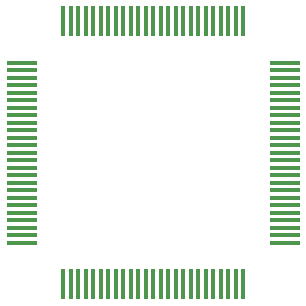
<source format=gbr>
%TF.GenerationSoftware,KiCad,Pcbnew,(6.0.2)*%
%TF.CreationDate,2026-01-28T08:29:43-08:00*%
%TF.ProjectId,i386sx-socket,69333836-7378-42d7-936f-636b65742e6b,1.0*%
%TF.SameCoordinates,Original*%
%TF.FileFunction,Paste,Top*%
%TF.FilePolarity,Positive*%
%FSLAX46Y46*%
G04 Gerber Fmt 4.6, Leading zero omitted, Abs format (unit mm)*
G04 Created by KiCad (PCBNEW (6.0.2)) date 2026-01-28 08:29:43*
%MOMM*%
%LPD*%
G01*
G04 APERTURE LIST*
%ADD10R,2.500000X0.380000*%
%ADD11R,0.380000X2.500000*%
G04 APERTURE END LIST*
D10*
%TO.C,U1*%
X134937500Y-74930000D03*
X134937500Y-75565000D03*
X134937500Y-76200000D03*
X134937500Y-76835000D03*
X134937500Y-77470000D03*
X134937500Y-78105000D03*
X134937500Y-78740000D03*
X134937500Y-79375000D03*
X134937500Y-80010000D03*
X134937500Y-80645000D03*
X134937500Y-81280000D03*
X134937500Y-81915000D03*
X134937500Y-82550000D03*
X134937500Y-83185000D03*
X134937500Y-83820000D03*
X134937500Y-84455000D03*
X134937500Y-85090000D03*
X134937500Y-85725000D03*
X134937500Y-86360000D03*
X134937500Y-86995000D03*
X134937500Y-87630000D03*
X134937500Y-88265000D03*
X134937500Y-88900000D03*
X134937500Y-89535000D03*
X134937500Y-90170000D03*
D11*
X138430000Y-93662500D03*
X139065000Y-93662500D03*
X139700000Y-93662500D03*
X140335000Y-93662500D03*
X140970000Y-93662500D03*
X141605000Y-93662500D03*
X142240000Y-93662500D03*
X142875000Y-93662500D03*
X143510000Y-93662500D03*
X144145000Y-93662500D03*
X144780000Y-93662500D03*
X145415000Y-93662500D03*
X146050000Y-93662500D03*
X146685000Y-93662500D03*
X147320000Y-93662500D03*
X147955000Y-93662500D03*
X148590000Y-93662500D03*
X149225000Y-93662500D03*
X149860000Y-93662500D03*
X150495000Y-93662500D03*
X151130000Y-93662500D03*
X151765000Y-93662500D03*
X152400000Y-93662500D03*
X153035000Y-93662500D03*
X153670000Y-93662500D03*
D10*
X157162500Y-90170000D03*
X157162500Y-89535000D03*
X157162500Y-88900000D03*
X157162500Y-88265000D03*
X157162500Y-87630000D03*
X157162500Y-86995000D03*
X157162500Y-86360000D03*
X157162500Y-85725000D03*
X157162500Y-85090000D03*
X157162500Y-84455000D03*
X157162500Y-83820000D03*
X157162500Y-83185000D03*
X157162500Y-82550000D03*
X157162500Y-81915000D03*
X157162500Y-81280000D03*
X157162500Y-80645000D03*
X157162500Y-80010000D03*
X157162500Y-79375000D03*
X157162500Y-78740000D03*
X157162500Y-78105000D03*
X157162500Y-77470000D03*
X157162500Y-76835000D03*
X157162500Y-76200000D03*
X157162500Y-75565000D03*
X157162500Y-74930000D03*
D11*
X153670000Y-71437500D03*
X153035000Y-71437500D03*
X152400000Y-71437500D03*
X151765000Y-71437500D03*
X151130000Y-71437500D03*
X150495000Y-71437500D03*
X149860000Y-71437500D03*
X149225000Y-71437500D03*
X148590000Y-71437500D03*
X147955000Y-71437500D03*
X147320000Y-71437500D03*
X146685000Y-71437500D03*
X146050000Y-71437500D03*
X145415000Y-71437500D03*
X144780000Y-71437500D03*
X144145000Y-71437500D03*
X143510000Y-71437500D03*
X142875000Y-71437500D03*
X142240000Y-71437500D03*
X141605000Y-71437500D03*
X140970000Y-71437500D03*
X140335000Y-71437500D03*
X139700000Y-71437500D03*
X139065000Y-71437500D03*
X138430000Y-71437500D03*
%TD*%
M02*

</source>
